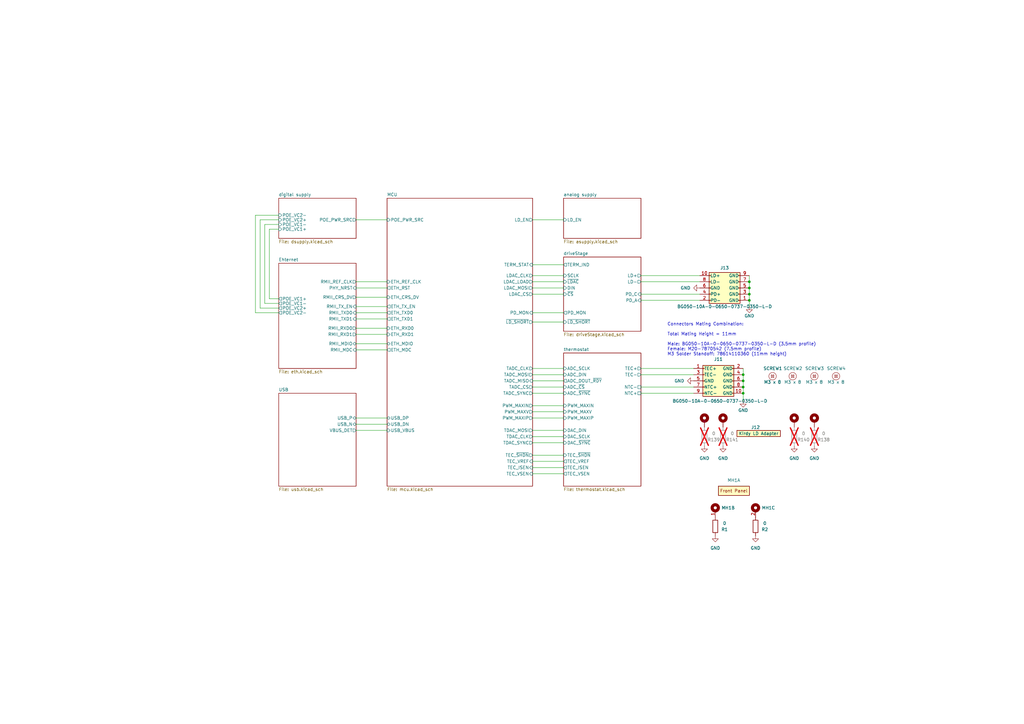
<source format=kicad_sch>
(kicad_sch (version 20230121) (generator eeschema)
  (paper "A3")
  (title_block (title "Kirdy") (date "2023-11-27") (rev "r0_3") (company "M-Labs Limited") (comment 1 "Linus Woo Chun Kit"))
  (lib_symbols
    (symbol "Device:R" (pin_numbers hide) (pin_names (offset 0))
      (property "Reference" "R" (at 2.032 0 90))
      (property "Value" "R" (at 0 0 90))
      (symbol "R_0_1"
        (rectangle (start -1.016 -2.54) (end 1.016 2.54) (stroke (width 0.254)))
      )
      (symbol "R_1_1"
        (pin passive line (at 0 3.81 270) (length 1.27) (name "~") (number "1"))
        (pin passive line (at 0 -3.81 90) (length 1.27) (name "~") (number "2"))
      )
    )
    (symbol "Mechanical:MountingHole_Pad" (pin_numbers hide) (pin_names (offset 1.016) hide)
      (property "Reference" "H" (at 0 6.35 0))
      (property "Value" "MountingHole_Pad" (at 0 4.445 0))
      (symbol "MountingHole_Pad_0_1"
        (circle (center 0 1.27) (radius 1.27) (stroke (width 1.27)))
      )
      (symbol "MountingHole_Pad_1_1"
        (pin input line (at 0 -2.54 90) (length 2.54) (name "1") (number "1"))
      )
    )
    (symbol "Panel_1"
      (property "Reference" "MH" (at 1.27 3.175 0))
      (symbol "Panel_1_1_1"
        (rectangle (start 0 0) (end 12.7 -3.81) (stroke (width 0.254)) (fill (type background)))
        (text "Front Panel" (at 6.35 -1.905 0) (effects (font (size 1.27 1.27))))
      )
      (symbol "Panel_1_2_1"
        (circle (center 0 0) (radius 1.27) (stroke (width 1.27)))
        (pin input line (at 3.81 0 180) (length 2.54) (name "") (number "1"))
      )
      (symbol "Panel_1_3_1"
        (circle (center 0 0) (radius 1.27) (stroke (width 1.27)))
        (pin input line (at 3.81 0 180) (length 2.54) (name "") (number "2"))
      )
    )
    (symbol "kirdy:Kirdy_Adapter_HDR1"
      (property "Reference" "J" (at 5.08 2.54 0))
      (property "Value" "BG050-10A-0-0650-0737-0350-L-D" (at 10.16 -12.7 0))
      (symbol "Kirdy_Adapter_HDR1_1_1"
        (rectangle (start 3.81 -10.033) (end 4.445 -10.287) (stroke (width 0.1524)))
        (rectangle (start 3.81 -7.493) (end 4.445 -7.747) (stroke (width 0.1524)))
        (rectangle (start 3.81 -4.953) (end 4.445 -5.207) (stroke (width 0.1524)))
        (rectangle (start 3.81 -2.413) (end 4.445 -2.667) (stroke (width 0.1524)))
        (rectangle (start 3.81 0.127) (end 4.445 -0.127) (stroke (width 0.1524)))
        (rectangle (start 3.81 1.27) (end 16.51 -11.43) (stroke (width 0.254)) (fill (type background)))
        (rectangle (start 15.875 -10.033) (end 16.51 -10.287) (stroke (width 0.1524)))
        (rectangle (start 15.875 -7.493) (end 16.51 -7.747) (stroke (width 0.1524)))
        (rectangle (start 15.875 -4.953) (end 16.51 -5.207) (stroke (width 0.1524)))
        (rectangle (start 15.875 -2.413) (end 16.51 -2.667) (stroke (width 0.1524)))
        (rectangle (start 15.875 0.127) (end 16.51 -0.127) (stroke (width 0.1524)))
        (pin passive line (at 0 0 0) (length 3.81) (name "TEC+") (number "1"))
        (pin passive line (at 20.32 -10.16 180) (length 3.81) (name "GND") (number "10"))
        (pin passive line (at 20.32 0 180) (length 3.81) (name "GND") (number "2"))
        (pin passive line (at 0 -2.54 0) (length 3.81) (name "TEC-") (number "3"))
        (pin passive line (at 20.32 -2.54 180) (length 3.81) (name "GND") (number "4"))
        (pin passive line (at 0 -5.08 0) (length 3.81) (name "GND") (number "5"))
        (pin passive line (at 20.32 -5.08 180) (length 3.81) (name "GND") (number "6"))
        (pin passive line (at 0 -7.62 0) (length 3.81) (name "NTC+") (number "7"))
        (pin passive line (at 20.32 -7.62 180) (length 3.81) (name "GND") (number "8"))
        (pin passive line (at 0 -10.16 0) (length 3.81) (name "NTC-") (number "9"))
      )
    )
    (symbol "kirdy:Kirdy_Adapter_HDR2"
      (property "Reference" "J" (at 5.08 2.54 0))
      (property "Value" "BG050-10A-0-0650-0737-0350-L-D" (at 10.16 -12.7 0))
      (symbol "Kirdy_Adapter_HDR2_1_1"
        (rectangle (start 3.81 -10.033) (end 4.445 -10.287) (stroke (width 0.1524)))
        (rectangle (start 3.81 -7.493) (end 4.445 -7.747) (stroke (width 0.1524)))
        (rectangle (start 3.81 -4.953) (end 4.445 -5.207) (stroke (width 0.1524)))
        (rectangle (start 3.81 -2.413) (end 4.445 -2.667) (stroke (width 0.1524)))
        (rectangle (start 3.81 0.127) (end 4.445 -0.127) (stroke (width 0.1524)))
        (rectangle (start 3.81 1.27) (end 16.51 -11.43) (stroke (width 0.254)) (fill (type background)))
        (rectangle (start 15.875 -10.033) (end 16.51 -10.287) (stroke (width 0.1524)))
        (rectangle (start 15.875 -7.493) (end 16.51 -7.747) (stroke (width 0.1524)))
        (rectangle (start 15.875 -4.953) (end 16.51 -5.207) (stroke (width 0.1524)))
        (rectangle (start 15.875 -2.413) (end 16.51 -2.667) (stroke (width 0.1524)))
        (rectangle (start 15.875 0.127) (end 16.51 -0.127) (stroke (width 0.1524)))
        (pin passive line (at 0 0 0) (length 3.81) (name "GND") (number "1"))
        (pin passive line (at 20.32 -10.16 180) (length 3.81) (name "LD+") (number "10"))
        (pin passive line (at 20.32 0 180) (length 3.81) (name "PD-") (number "2"))
        (pin passive line (at 0 -2.54 0) (length 3.81) (name "GND") (number "3"))
        (pin passive line (at 20.32 -2.54 180) (length 3.81) (name "PD+") (number "4"))
        (pin passive line (at 0 -5.08 0) (length 3.81) (name "GND") (number "5"))
        (pin passive line (at 20.32 -5.08 180) (length 3.81) (name "GND") (number "6"))
        (pin passive line (at 0 -7.62 0) (length 3.81) (name "GND") (number "7"))
        (pin passive line (at 20.32 -7.62 180) (length 3.81) (name "LD-") (number "8"))
        (pin passive line (at 0 -10.16 0) (length 3.81) (name "GND") (number "9"))
      )
    )
    (symbol "kirdy:Kirdy_LD_Adapter" (pin_names (offset 1.016) hide)
      (property "Reference" "J" (at -6.35 2.54 0))
      (property "Value" "Kirdy_LD_Adapter" (at 1.27 0 0))
      (symbol "Kirdy_LD_Adapter_1_1"
        (rectangle (start -7.62 1.27) (end 10.16 -1.27) (stroke (width 0.254)) (fill (type background)))
      )
    )
    (symbol "kirdy:Panel"
      (property "Reference" "MH" (at 1.27 3.175 0))
      (symbol "Panel_1_1"
        (rectangle (start 0 0) (end 12.7 -3.81) (stroke (width 0.254)) (fill (type background)))
        (text "Front Panel" (at 6.35 -1.905 0) (effects (font (size 1.27 1.27))))
      )
      (symbol "Panel_2_1"
        (circle (center 0 0) (radius 1.27) (stroke (width 1.27)))
        (pin input line (at 3.81 0 180) (length 2.54) (name "") (number "1"))
      )
      (symbol "Panel_3_1"
        (circle (center 0 0) (radius 1.27) (stroke (width 1.27)))
        (pin input line (at 3.81 0 180) (length 2.54) (name "") (number "2"))
      )
    )
    (symbol "kirdy:Screw" (on_board no)
      (property "Reference" "SCREW" (at 3.048 2.54 0))
      (symbol "Screw_0_1"
        (polyline (pts (xy -0.254 0) (xy -0.635 -0.381) (xy -0.381 -0.635) (xy 0 -0.254)))
        (polyline (pts (xy 0 -0.254) (xy 0.381 -0.635) (xy 0.635 -0.381) (xy 0.254 0)))
        (polyline (pts (xy 0 0.254) (xy -0.381 0.635) (xy -0.635 0.381) (xy -0.254 0)))
        (polyline (pts (xy 0.254 0) (xy 0.635 0.381) (xy 0.381 0.635) (xy 0 0.254)))
        (circle (center 0 0) (radius 1.524))
      )
    )
    (symbol "power:GND" (power) (pin_names (offset 0))
      (property "Value" "GND" (at 0 -3.81 0))
      (symbol "GND_0_1"
        (polyline (pts (xy 0 0) (xy 0 -1.27) (xy 1.27 -1.27) (xy 0 -2.54) (xy -1.27 -1.27) (xy 0 -1.27)))
      )
      (symbol "GND_1_1"
        (pin power_in line (at 0 0 270) (length 0) hide (name "GND") (number "1"))
      )
    )
  )
  (junction (at 307.34 118.11))
  (junction (at 304.8 153.67))
  (junction (at 304.8 158.75))
  (junction (at 304.8 161.29))
  (junction (at 307.34 120.65))
  (junction (at 307.34 123.19))
  (junction (at 307.34 115.57))
  (junction (at 304.8 156.21))
  (wire (pts (xy 304.8 153.67) (xy 304.8 156.21)))
  (wire (pts (xy 146.05 176.53) (xy 158.75 176.53)))
  (wire (pts (xy 108.585 92.075) (xy 108.585 124.46)))
  (wire (pts (xy 218.44 168.91) (xy 231.14 168.91)))
  (wire (pts (xy 106.68 126.365) (xy 106.68 90.17)))
  (wire (pts (xy 218.44 176.53) (xy 231.14 176.53)))
  (wire (pts (xy 304.8 151.13) (xy 304.8 153.67)))
  (wire (pts (xy 146.05 125.73) (xy 158.75 125.73)))
  (wire (pts (xy 307.34 115.57) (xy 307.34 118.11)))
  (wire (pts (xy 262.89 123.19) (xy 287.02 123.19)))
  (wire (pts (xy 114.3 122.555) (xy 110.49 122.555)))
  (wire (pts (xy 218.44 151.13) (xy 231.14 151.13)))
  (wire (pts (xy 146.05 173.99) (xy 158.75 173.99)))
  (wire (pts (xy 218.44 161.29) (xy 231.14 161.29)))
  (wire (pts (xy 146.05 115.57) (xy 158.75 115.57)))
  (wire (pts (xy 218.44 90.17) (xy 231.14 90.17)))
  (wire (pts (xy 218.44 171.45) (xy 231.14 171.45)))
  (wire (pts (xy 146.05 140.97) (xy 158.75 140.97)))
  (wire (pts (xy 218.44 194.31) (xy 231.14 194.31)))
  (wire (pts (xy 218.44 166.37) (xy 231.14 166.37)))
  (wire (pts (xy 218.44 189.23) (xy 231.14 189.23)))
  (wire (pts (xy 218.44 179.07) (xy 231.14 179.07)))
  (wire (pts (xy 262.89 161.29) (xy 284.48 161.29)))
  (wire (pts (xy 146.05 121.92) (xy 158.75 121.92)))
  (wire (pts (xy 146.05 171.45) (xy 158.75 171.45)))
  (wire (pts (xy 307.34 120.65) (xy 307.34 123.19)))
  (wire (pts (xy 262.89 113.03) (xy 287.02 113.03)))
  (wire (pts (xy 146.05 90.17) (xy 158.75 90.17)))
  (wire (pts (xy 114.3 92.075) (xy 108.585 92.075)))
  (wire (pts (xy 110.49 93.98) (xy 114.3 93.98)))
  (wire (pts (xy 304.8 156.21) (xy 304.8 158.75)))
  (wire (pts (xy 106.68 90.17) (xy 114.3 90.17)))
  (wire (pts (xy 110.49 122.555) (xy 110.49 93.98)))
  (wire (pts (xy 304.8 158.75) (xy 304.8 161.29)))
  (wire (pts (xy 114.3 88.265) (xy 104.775 88.265)))
  (wire (pts (xy 307.34 123.19) (xy 307.34 125.73)))
  (wire (pts (xy 146.05 130.81) (xy 158.75 130.81)))
  (wire (pts (xy 218.44 115.57) (xy 231.14 115.57)))
  (wire (pts (xy 262.89 120.65) (xy 287.02 120.65)))
  (wire (pts (xy 146.05 118.11) (xy 158.75 118.11)))
  (wire (pts (xy 114.3 126.365) (xy 106.68 126.365)))
  (wire (pts (xy 146.05 128.27) (xy 158.75 128.27)))
  (wire (pts (xy 304.8 161.29) (xy 304.8 164.465)))
  (wire (pts (xy 262.89 158.75) (xy 284.48 158.75)))
  (wire (pts (xy 104.775 88.265) (xy 104.775 128.27)))
  (wire (pts (xy 218.44 132.08) (xy 231.14 132.08)))
  (wire (pts (xy 146.05 134.62) (xy 158.75 134.62)))
  (wire (pts (xy 218.44 118.11) (xy 231.14 118.11)))
  (wire (pts (xy 307.34 113.03) (xy 307.34 115.57)))
  (wire (pts (xy 218.44 156.21) (xy 231.14 156.21)))
  (wire (pts (xy 307.34 118.11) (xy 307.34 120.65)))
  (wire (pts (xy 218.44 128.27) (xy 231.14 128.27)))
  (wire (pts (xy 218.44 186.69) (xy 231.14 186.69)))
  (wire (pts (xy 218.44 153.67) (xy 231.14 153.67)))
  (wire (pts (xy 218.44 108.585) (xy 231.14 108.585)))
  (wire (pts (xy 218.44 181.61) (xy 231.14 181.61)))
  (wire (pts (xy 218.44 158.75) (xy 231.14 158.75)))
  (wire (pts (xy 218.44 120.65) (xy 231.14 120.65)))
  (wire (pts (xy 262.89 151.13) (xy 284.48 151.13)))
  (wire (pts (xy 262.89 153.67) (xy 284.48 153.67)))
  (wire (pts (xy 108.585 124.46) (xy 114.3 124.46)))
  (wire (pts (xy 146.05 143.51) (xy 158.75 143.51)))
  (wire (pts (xy 262.89 115.57) (xy 287.02 115.57)))
  (wire (pts (xy 104.775 128.27) (xy 114.3 128.27)))
  (wire (pts (xy 218.44 191.77) (xy 231.14 191.77)))
  (wire (pts (xy 218.44 113.03) (xy 231.14 113.03)))
  (wire (pts (xy 146.05 137.16) (xy 158.75 137.16)))
  (text "Connectors Mating Combination:\n\nTotal Mating Height = 11mm\n\nMale: BG050-10A-0-0650-0737-0350-L-D (3.5mm profile) \nFemale: M20-7870542 (7.5mm profile) \nM3 Solder Standoff: 78614110360 (11mm height)" (at 273.685 146.05 0) (effects (font (size 1.27 1.27)) (justify left bottom)))
  (symbol (lib_id "power:GND") (at 309.88 219.71 0) (unit 1)
    (property "Reference" "#PWR06" (effects hide))
    (property "Value" "GND" (at 309.88 224.79 0))
  )
  (symbol (lib_id "kirdy:Screw") (at 334.01 154.305 0) (unit 1) (on_board no)
    (property "Reference" "SCREW3" (at 330.2 151.13 0) (effects (justify left)))
    (property "Value" "M3 x 8" (at 334.01 156.718 0))
    (property "MFR_PN" "FH4-M3-8" (effects hide))
  )
  (symbol (lib_id "Device:R") (at 296.545 179.07 180) (unit 1) (dnp yes)
    (property "Reference" "R141" (at 300.355 180.34 0))
    (property "Value" "0" (at 300.355 177.8 0))
    (property "Footprint" "Resistor_SMD:R_0603_1608Metric" (effects hide))
    (property "MFR_PN" "RMCF0603ZT0R00" (effects hide))
    (property "MFR_PN_ALT" "CR0603-J/-000ELF" (effects hide))
  )
  (symbol (lib_id "Device:R") (at 293.37 215.9 180) (unit 1)
    (property "Reference" "R1" (at 297.18 217.17 0))
    (property "Value" "0" (at 297.18 214.63 0))
    (property "Footprint" "Resistor_SMD:R_0603_1608Metric" (effects hide))
    (property "MFR_PN" "RMCF0603ZT0R00" (effects hide))
    (property "MFR_PN_ALT" "CR0603-J/-000ELF" (effects hide))
  )
  (symbol (lib_id "kirdy:Kirdy_LD_Adapter") (at 309.88 177.8 0) (unit 1)
    (property "Reference" "J12" (at 309.88 175.26 0))
    (property "Value" "Kirdy LD Adapter" (at 311.15 177.8 0))
    (property "Footprint" "kirdy:Kirdy_LD_Adapter" (effects hide))
    (property "MFR_PN" "Kirdy_LD_Adapter_PCB" (effects hide))
  )
  (symbol (lib_id "kirdy:Panel") (at 309.88 208.28 270) (unit 3)
    (property "Reference" "MH1" (at 312.42 208.28 90) (effects (justify left)))
    (property "Value" "Kirdy Front Panel" (effects hide))
    (property "Footprint" "kirdy:Panel" (effects hide))
    (property "MFR_PN" "Kirdy Front Panel" (effects hide))
  )
  (symbol (lib_id "kirdy:Screw") (at 316.865 154.305 0) (unit 1) (on_board no)
    (property "Reference" "SCREW1" (at 313.055 151.13 0) (effects (justify left)))
    (property "Value" "M3 x 8" (at 316.865 156.718 0))
    (property "MFR_PN" "FH4-M3-8" (effects hide))
  )
  (symbol (lib_id "kirdy:Kirdy_Adapter_HDR2") (at 307.34 123.19 180) (unit 1)
    (property "Reference" "J13" (at 297.18 109.855 0))
    (property "Value" "BG050-10A-0-0650-0737-0350-L-D" (at 297.18 125.73 0))
    (property "Footprint" "kirdy:BG050-10A-0-0650-0737-0350-L-D" (effects hide))
    (property "MFR_PN" "BG050-10A-0-0650-0737-0350-L-D" (effects hide))
    (property "MFR_PN_ALT" "BG050-10A-0-0450-0737-0350-L-D " (effects hide))
  )
  (symbol (lib_name "Panel_1") (lib_id "kirdy:Panel") (at 294.64 199.39 0) (unit 1)
    (property "Reference" "MH1" (at 300.99 196.977 0))
    (property "Value" "Kirdy Front Panel" (effects hide))
    (property "Footprint" "kirdy:Panel" (effects hide))
    (property "MFR_PN" "Kirdy Front Panel" (effects hide))
  )
  (symbol (lib_id "power:GND") (at 307.34 125.73 0) (unit 1)
    (property "Reference" "#PWR05" (effects hide))
    (property "Value" "GND" (at 307.34 129.54 0))
  )
  (symbol (lib_id "kirdy:Screw") (at 342.9 154.305 0) (unit 1) (on_board no)
    (property "Reference" "SCREW4" (at 339.09 151.13 0) (effects (justify left)))
    (property "Value" "M3 x 8" (at 342.9 156.718 0))
    (property "MFR_PN" "FH4-M3-8" (effects hide))
  )
  (symbol (lib_id "Mechanical:MountingHole_Pad") (at 325.755 172.72 0) (unit 1)
    (property "Reference" "H4" (effects hide))
    (property "Value" "78614110360" (effects hide))
    (property "Footprint" "Mounting_Wuerth:Mounting_Wuerth_WA-SMSI-M3_H11mm_9774110360" (effects hide))
    (property "MFR_PN" "78614110360" (effects hide))
    (property "MFT_PN_ALT" "9774110360R" (effects hide))
  )
  (symbol (lib_id "power:GND") (at 287.02 118.11 270) (unit 1)
    (property "Reference" "#PWR04" (effects hide))
    (property "Value" "GND" (at 283.21 118.11 90) (effects (justify right)))
  )
  (symbol (lib_id "Mechanical:MountingHole_Pad") (at 288.925 172.72 0) (unit 1)
    (property "Reference" "H1" (effects hide))
    (property "Value" "78614110360" (effects hide))
    (property "Footprint" "Mounting_Wuerth:Mounting_Wuerth_WA-SMSI-M3_H11mm_9774110360" (effects hide))
    (property "Datasheet" "~" (at 288.925 172.72 0))
    (property "MFR_PN" "78614110360" (effects hide))
    (property "MFR_PN_ALT" "9774110360R" (effects hide))
  )
  (symbol (lib_id "Device:R") (at 325.755 179.07 180) (unit 1) (dnp yes)
    (property "Reference" "R140" (at 329.565 180.34 0))
    (property "Value" "0" (at 329.565 177.8 0))
    (property "Footprint" "Resistor_SMD:R_0603_1608Metric" (effects hide))
    (property "MFR_PN" "RMCF0603ZT0R00" (effects hide))
    (property "MFR_PN_ALT" "CR0603-J/-000ELF" (effects hide))
  )
  (symbol (lib_id "power:GND") (at 296.545 182.88 0) (unit 1)
    (property "Reference" "#PWR0229" (effects hide))
    (property "Value" "GND" (at 296.545 187.96 0))
  )
  (symbol (lib_id "power:GND") (at 288.925 182.88 0) (unit 1)
    (property "Reference" "#PWR0227" (effects hide))
    (property "Value" "GND" (at 288.925 187.96 0))
  )
  (symbol (lib_id "Mechanical:MountingHole_Pad") (at 334.01 172.72 0) (unit 1)
    (property "Reference" "H2" (effects hide))
    (property "Value" "78614110360" (effects hide))
    (property "Footprint" "Mounting_Wuerth:Mounting_Wuerth_WA-SMSI-M3_H11mm_9774110360" (effects hide))
    (property "MFR_PN" "78614110360" (effects hide))
    (property "MFR_PN_ALT" "9774110360R" (effects hide))
  )
  (symbol (lib_id "Mechanical:MountingHole_Pad") (at 296.545 172.72 0) (unit 1)
    (property "Reference" "H3" (effects hide))
    (property "Value" "78614110360" (effects hide))
    (property "Footprint" "Mounting_Wuerth:Mounting_Wuerth_WA-SMSI-M3_H11mm_9774110360" (effects hide))
    (property "MFR_PN" "78614110360" (effects hide))
    (property "MFR_PN_ALT" "9774110360R" (effects hide))
  )
  (symbol (lib_id "power:GND") (at 334.01 182.88 0) (unit 1)
    (property "Reference" "#PWR0226" (effects hide))
    (property "Value" "GND" (at 334.01 187.96 0))
  )
  (symbol (lib_id "kirdy:Screw") (at 325.12 154.305 0) (unit 1) (on_board no)
    (property "Reference" "SCREW2" (at 321.31 151.13 0) (effects (justify left)))
    (property "Value" "M3 x 8" (at 325.12 156.718 0))
    (property "MFR_PN" "FH4-M3-8" (effects hide))
  )
  (symbol (lib_id "Device:R") (at 334.01 179.07 180) (unit 1) (dnp yes)
    (property "Reference" "R138" (at 337.82 180.34 0))
    (property "Value" "0" (at 337.82 177.8 0))
    (property "Footprint" "Resistor_SMD:R_0603_1608Metric" (effects hide))
    (property "MFR_PN" "RMCF0603ZT0R00" (effects hide))
    (property "MFR_PN_ALT" "CR0603-J/-000ELF" (effects hide))
  )
  (symbol (lib_id "power:GND") (at 293.37 219.71 0) (unit 1)
    (property "Reference" "#PWR03" (effects hide))
    (property "Value" "GND" (at 293.37 224.79 0))
  )
  (symbol (lib_id "power:GND") (at 284.48 156.21 270) (unit 1)
    (property "Reference" "#PWR02" (effects hide))
    (property "Value" "GND" (at 280.67 156.21 90) (effects (justify right)))
  )
  (symbol (lib_id "Device:R") (at 288.925 179.07 180) (unit 1) (dnp yes)
    (property "Reference" "R139" (at 292.735 180.34 0))
    (property "Value" "0" (at 292.735 177.8 0))
    (property "Footprint" "Resistor_SMD:R_0603_1608Metric" (effects hide))
    (property "MFR_PN" "RMCF0603ZT0R00" (effects hide))
    (property "MFR_PN_ALT" "CR0603-J/-000ELF" (effects hide))
  )
  (symbol (lib_id "kirdy:Panel") (at 293.37 208.28 270) (unit 2)
    (property "Reference" "MH1" (at 295.91 208.28 90) (effects (justify left)))
    (property "Value" "Kirdy Front Panel" (effects hide))
    (property "Footprint" "kirdy:Panel" (effects hide))
    (property "MFR_PN" "Kirdy Front Panel" (effects hide))
  )
  (symbol (lib_id "kirdy:Kirdy_Adapter_HDR1") (at 284.48 151.13 0) (unit 1)
    (property "Reference" "J11" (at 294.64 147.32 0))
    (property "Value" "BG050-10A-0-0650-0737-0350-L-D" (at 295.275 164.465 0))
    (property "Footprint" "kirdy:BG050-10A-0-0650-0737-0350-L-D" (effects hide))
    (property "MFR_PN" "BG050-10A-0-0650-0737-0350-L-D" (effects hide))
    (property "MFR_PN_ALT" "BG050-10A-0-0450-0737-0350-L-D " (effects hide))
  )
  (symbol (lib_id "power:GND") (at 304.8 164.465 0) (unit 1)
    (property "Reference" "#PWR01" (effects hide))
    (property "Value" "GND" (at 304.8 168.275 0))
  )
  (symbol (lib_id "power:GND") (at 325.755 182.88 0) (unit 1)
    (property "Reference" "#PWR0228" (effects hide))
    (property "Value" "GND" (at 325.755 187.96 0))
  )
  (symbol (lib_id "Device:R") (at 309.88 215.9 180) (unit 1)
    (property "Reference" "R2" (at 313.69 217.17 0))
    (property "Value" "0" (at 313.69 214.63 0))
    (property "Footprint" "Resistor_SMD:R_0603_1608Metric" (effects hide))
    (property "MFR_PN" "RMCF0603ZT0R00" (effects hide))
    (property "MFR_PN_ALT" "CR0603-J/-000ELF" (effects hide))
  )
  (sheet (at 114.3 107.95) (size 31.75 43.18) (stroke (width 0.1524))
    (property "Sheetname" "Ehternet" (at 114.3 107.2384 0) (effects (justify left bottom)))
    (property "Sheetfile" "eth.kicad_sch" (at 114.3 151.7146 0) (effects (justify left top)))
    (pin "RMII_MDIO" bidirectional (at 146.05 140.97 0))
    (pin "PHY_NRST" input (at 146.05 118.11 0))
    (pin "RMII_MDC" input (at 146.05 143.51 0))
    (pin "RMII_CRS_DV" output (at 146.05 121.92 0))
    (pin "RMII_TX_EN" input (at 146.05 125.73 0))
    (pin "RMII_TXD0" input (at 146.05 128.27 0))
    (pin "RMII_TXD1" input (at 146.05 130.81 0))
    (pin "RMII_RXD0" output (at 146.05 134.62 0))
    (pin "RMII_RXD1" output (at 146.05 137.16 0))
    (pin "RMII_REF_CLK" output (at 146.05 115.57 0))
    (pin "POE_VC1+" output (at 114.3 122.555 180))
    (pin "POE_VC1-" output (at 114.3 124.46 180))
    (pin "POE_VC2+" output (at 114.3 126.365 180))
    (pin "POE_VC2-" output (at 114.3 128.27 180))
  )
  (sheet (at 114.3 161.29) (size 31.75 38.1) (stroke (width 0.1524))
    (property "Sheetname" "USB" (at 114.3 160.5784 0) (effects (justify left bottom)))
    (property "Sheetfile" "usb.kicad_sch" (at 114.3 199.9746 0) (effects (justify left top)))
    (pin "USB_N" bidirectional (at 146.05 173.99 0))
    (pin "USB_P" bidirectional (at 146.05 171.45 0))
    (pin "VBUS_DET" output (at 146.05 176.53 0))
  )
  (sheet (at 231.14 105.41) (size 31.75 30.48) (stroke (width 0.1524))
    (property "Sheetname" "driveStage" (at 231.14 104.6984 0) (effects (justify left bottom)))
    (property "Sheetfile" "driveStage.kicad_sch" (at 231.14 136.4746 0) (effects (justify left top)))
    (pin "LD-" output (at 262.89 115.57 0))
    (pin "LD+" output (at 262.89 113.03 0))
    (pin "SCLK" input (at 231.14 113.03 180))
    (pin "DIN" input (at 231.14 118.11 180))
    (pin "~{LDAC}" input (at 231.14 115.57 180))
    (pin "~{CS}" input (at 231.14 120.65 180))
    (pin "PD_A" input (at 262.89 123.19 0))
    (pin "PD_C" input (at 262.89 120.65 0))
    (pin "PD_MON" output (at 231.14 128.27 180))
    (pin "~{LD_SHORT}" input (at 231.14 132.08 180))
    (pin "TERM_IND" output (at 231.14 108.585 180))
  )
  (sheet (at 114.3 81.28) (size 31.75 16.51) (stroke (width 0.1524))
    (property "Sheetname" "digital supply" (at 114.3 80.5684 0) (effects (justify left bottom)))
    (property "Sheetfile" "dsupply.kicad_sch" (at 114.3 98.3746 0) (effects (justify left top)))
    (pin "POE_PWR_SRC" output (at 146.05 90.17 0))
    (pin "POE_VC1-" input (at 114.3 92.075 180))
    (pin "POE_VC2-" input (at 114.3 88.265 180))
    (pin "POE_VC1+" input (at 114.3 93.98 180))
    (pin "POE_VC2+" input (at 114.3 90.17 180))
  )
  (sheet (at 231.14 144.78) (size 31.75 54.61) (stroke (width 0.1524))
    (property "Sheetname" "thermostat" (at 231.14 144.0684 0) (effects (justify left bottom)))
    (property "Sheetfile" "thermostat.kicad_sch" (at 231.14 199.9746 0) (effects (justify left top)))
    (pin "TEC-" output (at 262.89 153.67 0))
    (pin "TEC+" output (at 262.89 151.13 0))
    (pin "NTC-" passive (at 262.89 158.75 0))
    (pin "NTC+" passive (at 262.89 161.29 0))
    (pin "DAC_~{SYNC}" input (at 231.14 181.61 180))
    (pin "DAC_SCLK" input (at 231.14 179.07 180))
    (pin "DAC_DIN" input (at 231.14 176.53 180))
    (pin "PWM_MAXV" input (at 231.14 168.91 180))
    (pin "ADC_SCLK" input (at 231.14 151.13 180))
    (pin "ADC_DIN" input (at 231.14 153.67 180))
    (pin "ADC_DOUT_~{RDY}" output (at 231.14 156.21 180))
    (pin "ADC_~{CS}" input (at 231.14 158.75 180))
    (pin "ADC_~{SYNC}" input (at 231.14 161.29 180))
    (pin "PWM_MAXIN" input (at 231.14 166.37 180))
    (pin "PWM_MAXIP" input (at 231.14 171.45 180))
    (pin "TEC_~{SHDN}" input (at 231.14 186.69 180))
    (pin "TEC_ISEN" output (at 231.14 191.77 180))
    (pin "TEC_VREF" output (at 231.14 189.23 180))
    (pin "TEC_VSEN" output (at 231.14 194.31 180))
  )
  (sheet (at 231.14 81.28) (size 31.75 16.51) (stroke (width 0.1524))
    (property "Sheetname" "analog supply" (at 231.14 80.5684 0) (effects (justify left bottom)))
    (property "Sheetfile" "asupply.kicad_sch" (at 231.14 98.3746 0) (effects (justify left top)))
    (pin "LD_EN" input (at 231.14 90.17 180))
  )
  (sheet (at 158.75 81.28) (size 59.69 118.11) (stroke (width 0.1524))
    (property "Sheetname" "MCU" (at 158.75 80.5684 0) (effects (justify left bottom)))
    (property "Sheetfile" "mcu.kicad_sch" (at 158.75 199.9746 0) (effects (justify left top)))
    (pin "ETH_RST" output (at 158.75 118.11 180))
    (pin "ETH_MDIO" bidirectional (at 158.75 140.97 180))
    (pin "PD_MON" input (at 218.44 128.27 0))
    (pin "TEC_~{SHDN}" output (at 218.44 186.69 0))
    (pin "TEC_VREF" input (at 218.44 189.23 0))
    (pin "ETH_CRS_DV" input (at 158.75 121.92 180))
    (pin "USB_VBUS" input (at 158.75 176.53 180))
    (pin "TEC_ISEN" input (at 218.44 191.77 0))
    (pin "TEC_VSEN" input (at 218.44 194.31 0))
    (pin "USB_DP" bidirectional (at 158.75 171.45 180))
    (pin "USB_DN" bidirectional (at 158.75 173.99 180))
    (pin "TADC_CS" output (at 218.44 158.75 0))
    (pin "LDAC_CLK" output (at 218.44 113.03 0))
    (pin "ETH_TX_EN" output (at 158.75 125.73 180))
    (pin "ETH_TXD0" output (at 158.75 128.27 180))
    (pin "ETH_TXD1" output (at 158.75 130.81 180))
    (pin "LDAC_LOAD" output (at 218.44 115.57 0))
    (pin "POE_PWR_SRC" input (at 158.75 90.17 180))
    (pin "ETH_RXD0" input (at 158.75 134.62 180))
    (pin "ETH_RXD1" input (at 158.75 137.16 180))
    (pin "LDAC_MOSI" output (at 218.44 118.11 0))
    (pin "TADC_MOSI" output (at 218.44 153.67 0))
    (pin "TADC_MISO" input (at 218.44 156.21 0))
    (pin "PWM_MAXIP" output (at 218.44 171.45 0))
    (pin "ETH_MDC" output (at 158.75 143.51 180))
    (pin "LDAC_CS" output (at 218.44 120.65 0))
    (pin "TADC_SYNC" output (at 218.44 161.29 0))
    (pin "TDAC_CLK" output (at 218.44 179.07 0))
    (pin "TDAC_SYNC" output (at 218.44 181.61 0))
    (pin "TDAC_MOSI" output (at 218.44 176.53 0))
    (pin "PWM_MAXIN" output (at 218.44 166.37 0))
    (pin "PWM_MAXV" output (at 218.44 168.91 0))
    (pin "TADC_CLK" output (at 218.44 151.13 0))
    (pin "ETH_REF_CLK" input (at 158.75 115.57 180))
    (pin "LD_EN" output (at 218.44 90.17 0))
    (pin "~{LD_SHORT}" output (at 218.44 132.08 0))
    (pin "TERM_STAT" input (at 218.44 108.585 0))
  )
)
</source>
